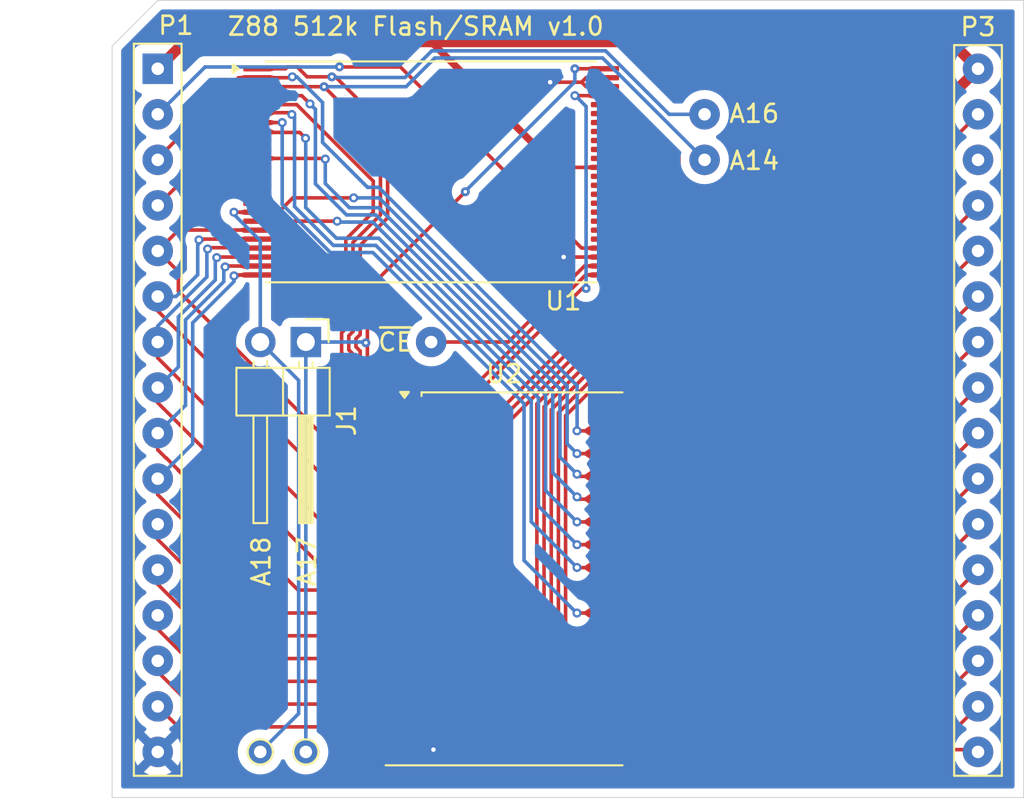
<source format=kicad_pcb>
(kicad_pcb (version 20240108) (generator "pcbnew") (generator_version "8.0")
  (layers (0 "F.Cu" signal) (31 "B.Cu" signal) (34 "B.Paste" user) (35 "F.Paste" user) (36 "B.SilkS" user "B.Silkscreen") (37 "F.SilkS" user "F.Silkscreen") (38 "B.Mask" user) (39 "F.Mask" user) (44 "Edge.Cuts" user))
  (net 0 "")
  (net 1 "/A7")
  (net 2 "Net-(P1A-~{ROE})")
  (net 3 "/A11")
  (net 4 "/A9")
  (net 5 "/D6")
  (net 6 "VCC")
  (net 7 "/A16")
  (net 8 "/A3")
  (net 9 "/A15")
  (net 10 "/A2")
  (net 11 "/A4")
  (net 12 "/D4")
  (net 13 "/A5")
  (net 14 "GND")
  (net 15 "/D7")
  (net 16 "/D3")
  (net 17 "/A0")
  (net 18 "/A13")
  (net 19 "/A14")
  (net 20 "/D5")
  (net 21 "/A12")
  (net 22 "/A10")
  (net 23 "/A6")
  (net 24 "/A8")
  (net 25 "/A1")
  (net 31 "/A18")
  (net 33 "/A17")
  (net 34 "/D1")
  (net 35 "/D2")
  (net 36 "/D0")
  (net 45 "/~{CS1}")
  (net 46 "/~{OE}")
  (net 47 "/~{CE}")
  (net 49 "/~{WE}")
  (footprint "TestPoint:TestPoint_THTPad_D1.0mm_Drill0.5mm" (layer "F.Cu") (at 109.823 88.9)
    (property "Reference" "REF**" (hide yes))
    (property "Value" "TestPoint_THTPad_D1.0mm_Drill0.5mm")
    (pad "1" thru_hole circle (at 0 0) (size 1.5 1.5) (drill 0.7) (layers "*.Cu" "*.Mask") (net 33 "/A17"))
  )
  (footprint "Z88 internal memory:TestPoint" (layer "F.Cu") (at 116.808 66.04)
    (property "Reference" "TP1")
    (property "Value" "~{CE}" (at -1.99 0.01 0) (layer "F.SilkS"))
    (pad "1" thru_hole circle (at 0 0) (size 1.7 1.7) (drill 0.7) (layers "*.Cu" "*.Mask") (net 47 "/~{CE}"))
  )
  (footprint "TestPoint:TestPoint_THTPad_D1.0mm_Drill0.5mm" (layer "F.Cu") (at 107.283 88.9)
    (property "Reference" "REF**" (hide yes))
    (property "Value" "TestPoint_THTPad_D1.0mm_Drill0.5mm")
    (pad "1" thru_hole circle (at 0 0) (size 1.5 1.5) (drill 0.7) (layers "*.Cu" "*.Mask") (net 31 "/A18"))
  )
  (footprint "Package_DIP_Custom:DIP-32_W_Left" (layer "F.Cu") (at 101.568 50.8)
    (property "Reference" "P1" (at 1.016 -2.413 0) (layer "F.SilkS"))
    (property "Value" "~")
    (pad "1" thru_hole rect (at 0 0) (size 1.7 1.7) (drill 0.7) (layers "*.Cu" "*.Mask") (net 6 "VCC"))
    (pad "2" thru_hole circle (at 0 2.54) (size 1.7 1.7) (drill 0.7) (layers "*.Cu" "*.Mask") (net 2 "Net-(P1A-~{ROE})"))
    (pad "3" thru_hole circle (at 0 5.08) (size 1.7 1.7) (drill 0.7) (layers "*.Cu" "*.Mask") (net 9 "/A15"))
    (pad "4" thru_hole circle (at 0 7.62) (size 1.7 1.7) (drill 0.7) (layers "*.Cu" "*.Mask") (net 21 "/A12"))
    (pad "5" thru_hole circle (at 0 10.16) (size 1.7 1.7) (drill 0.7) (layers "*.Cu" "*.Mask") (net 1 "/A7"))
    (pad "6" thru_hole circle (at 0 12.7) (size 1.7 1.7) (drill 0.7) (layers "*.Cu" "*.Mask") (net 23 "/A6"))
    (pad "7" thru_hole circle (at 0 15.24) (size 1.7 1.7) (drill 0.7) (layers "*.Cu" "*.Mask") (net 13 "/A5"))
    (pad "8" thru_hole circle (at 0 17.78) (size 1.7 1.7) (drill 0.7) (layers "*.Cu" "*.Mask") (net 11 "/A4"))
    (pad "9" thru_hole circle (at 0 20.32) (size 1.7 1.7) (drill 0.7) (layers "*.Cu" "*.Mask") (net 8 "/A3"))
    (pad "10" thru_hole circle (at 0 22.86) (size 1.7 1.7) (drill 0.7) (layers "*.Cu" "*.Mask") (net 10 "/A2"))
    (pad "11" thru_hole circle (at 0 25.4) (size 1.7 1.7) (drill 0.7) (layers "*.Cu" "*.Mask") (net 25 "/A1"))
    (pad "12" thru_hole circle (at 0 27.94) (size 1.7 1.7) (drill 0.7) (layers "*.Cu" "*.Mask") (net 17 "/A0"))
    (pad "13" thru_hole circle (at 0 30.48) (size 1.7 1.7) (drill 0.7) (layers "*.Cu" "*.Mask") (net 36 "/D0"))
    (pad "14" thru_hole circle (at 0 33.02) (size 1.7 1.7) (drill 0.7) (layers "*.Cu" "*.Mask") (net 34 "/D1"))
    (pad "15" thru_hole circle (at 0 35.56) (size 1.7 1.7) (drill 0.7) (layers "*.Cu" "*.Mask") (net 35 "/D2"))
    (pad "16" thru_hole circle (at 0 38.1) (size 1.7 1.7) (drill 0.7) (layers "*.Cu" "*.Mask") (net 14 "GND"))
  )
  (footprint "Package_DIP_Custom:DIP-32_W_Right" (layer "F.Cu") (at 132.048 50.8)
    (property "Reference" "P3" (at 15.24 -2.33 0) (layer "F.SilkS"))
    (property "Value" "~")
    (pad "17" thru_hole circle (at 15.24 38.1) (size 1.7 1.7) (drill 0.7) (layers "*.Cu" "*.Mask") (net 16 "/D3"))
    (pad "18" thru_hole circle (at 15.24 35.56) (size 1.7 1.7) (drill 0.7) (layers "*.Cu" "*.Mask") (net 12 "/D4"))
    (pad "19" thru_hole circle (at 15.24 33.02) (size 1.7 1.7) (drill 0.7) (layers "*.Cu" "*.Mask") (net 20 "/D5"))
    (pad "20" thru_hole circle (at 15.24 30.48) (size 1.7 1.7) (drill 0.7) (layers "*.Cu" "*.Mask") (net 5 "/D6"))
    (pad "21" thru_hole circle (at 15.24 27.94) (size 1.7 1.7) (drill 0.7) (layers "*.Cu" "*.Mask") (net 15 "/D7"))
    (pad "22" thru_hole circle (at 15.24 25.4) (size 1.7 1.7) (drill 0.7) (layers "*.Cu" "*.Mask") (net 45 "/~{CS1}"))
    (pad "23" thru_hole circle (at 15.24 22.86) (size 1.7 1.7) (drill 0.7) (layers "*.Cu" "*.Mask") (net 22 "/A10"))
    (pad "24" thru_hole circle (at 15.24 20.32) (size 1.7 1.7) (drill 0.7) (layers "*.Cu" "*.Mask") (net 46 "/~{OE}"))
    (pad "25" thru_hole circle (at 15.24 17.78) (size 1.7 1.7) (drill 0.7) (layers "*.Cu" "*.Mask") (net 3 "/A11"))
    (pad "26" thru_hole circle (at 15.24 15.24) (size 1.7 1.7) (drill 0.7) (layers "*.Cu" "*.Mask") (net 4 "/A9"))
    (pad "27" thru_hole circle (at 15.24 12.7) (size 1.7 1.7) (drill 0.7) (layers "*.Cu" "*.Mask") (net 24 "/A8"))
    (pad "28" thru_hole circle (at 15.24 10.16) (size 1.7 1.7) (drill 0.7) (layers "*.Cu" "*.Mask") (net 18 "/A13"))
    (pad "29" thru_hole circle (at 15.24 7.62) (size 1.7 1.7) (drill 0.7) (layers "*.Cu" "*.Mask") (net 49 "/~{WE}"))
    (pad "30" thru_hole circle (at 15.24 5.08) (size 1.7 1.7) (drill 0.7) (layers "*.Cu" "*.Mask"))
    (pad "31" thru_hole circle (at 15.24 2.54) (size 1.7 1.7) (drill 0.7) (layers "*.Cu" "*.Mask") (net 9 "/A15"))
    (pad "32" thru_hole circle (at 15.24 0) (size 1.7 1.7) (drill 0.7) (layers "*.Cu" "*.Mask") (net 6 "VCC"))
  )
  (footprint "Package_SO:TSOP-I-48_18.4x12mm_P0.5mm" (layer "F.Cu") (at 116.808 56.55)
    (property "Reference" "U1" (at 7.366 7.204 0) (layer "F.SilkS"))
    (property "Value" "M29F400")
    (pad "1" smd roundrect (at -9.6875 -5.75) (size 1.575 0.3) (layers "F.Cu" "F.Paste" "F.Mask") (net 7 "/A16"))
    (pad "2" smd roundrect (at -9.6875 -5.25) (size 1.575 0.3) (layers "F.Cu" "F.Paste" "F.Mask") (net 9 "/A15"))
    (pad "3" smd roundrect (at -9.6875 -4.75) (size 1.575 0.3) (layers "F.Cu" "F.Paste" "F.Mask") (net 19 "/A14"))
    (pad "4" smd roundrect (at -9.6875 -4.25) (size 1.575 0.3) (layers "F.Cu" "F.Paste" "F.Mask") (net 18 "/A13"))
    (pad "5" smd roundrect (at -9.6875 -3.75) (size 1.575 0.3) (layers "F.Cu" "F.Paste" "F.Mask") (net 21 "/A12"))
    (pad "6" smd roundrect (at -9.6875 -3.25) (size 1.575 0.3) (layers "F.Cu" "F.Paste" "F.Mask") (net 3 "/A11"))
    (pad "7" smd roundrect (at -9.6875 -2.75) (size 1.575 0.3) (layers "F.Cu" "F.Paste" "F.Mask") (net 22 "/A10"))
    (pad "8" smd roundrect (at -9.6875 -2.25) (size 1.575 0.3) (layers "F.Cu" "F.Paste" "F.Mask") (net 4 "/A9"))
    (pad "9" smd roundrect (at -9.6875 -1.75) (size 1.575 0.3) (layers "F.Cu" "F.Paste" "F.Mask"))
    (pad "10" smd roundrect (at -9.6875 -1.25) (size 1.575 0.3) (layers "F.Cu" "F.Paste" "F.Mask"))
    (pad "11" smd roundrect (at -9.6875 -0.75) (size 1.575 0.3) (layers "F.Cu" "F.Paste" "F.Mask") (net 49 "/~{WE}"))
    (pad "12" smd roundrect (at -9.6875 -0.25) (size 1.575 0.3) (layers "F.Cu" "F.Paste" "F.Mask"))
    (pad "13" smd roundrect (at -9.6875 0.25) (size 1.575 0.3) (layers "F.Cu" "F.Paste" "F.Mask"))
    (pad "14" smd roundrect (at -9.6875 0.75) (size 1.575 0.3) (layers "F.Cu" "F.Paste" "F.Mask"))
    (pad "15" smd roundrect (at -9.6875 1.25) (size 1.575 0.3) (layers "F.Cu" "F.Paste" "F.Mask"))
    (pad "16" smd roundrect (at -9.6875 1.75) (size 1.575 0.3) (layers "F.Cu" "F.Paste" "F.Mask"))
    (pad "17" smd roundrect (at -9.6875 2.25) (size 1.575 0.3) (layers "F.Cu" "F.Paste" "F.Mask") (net 31 "/A18"))
    (pad "18" smd roundrect (at -9.6875 2.75) (size 1.575 0.3) (layers "F.Cu" "F.Paste" "F.Mask") (net 24 "/A8"))
    (pad "19" smd roundrect (at -9.6875 3.25) (size 1.575 0.3) (layers "F.Cu" "F.Paste" "F.Mask") (net 1 "/A7"))
    (pad "20" smd roundrect (at -9.6875 3.75) (size 1.575 0.3) (layers "F.Cu" "F.Paste" "F.Mask") (net 23 "/A6"))
    (pad "21" smd roundrect (at -9.6875 4.25) (size 1.575 0.3) (layers "F.Cu" "F.Paste" "F.Mask") (net 13 "/A5"))
    (pad "22" smd roundrect (at -9.6875 4.75) (size 1.575 0.3) (layers "F.Cu" "F.Paste" "F.Mask") (net 11 "/A4"))
    (pad "23" smd roundrect (at -9.6875 5.25) (size 1.575 0.3) (layers "F.Cu" "F.Paste" "F.Mask") (net 8 "/A3"))
    (pad "24" smd roundrect (at -9.6875 5.75) (size 1.575 0.3) (layers "F.Cu" "F.Paste" "F.Mask") (net 10 "/A2"))
    (pad "25" smd roundrect (at 9.6875 5.75) (size 1.575 0.3) (layers "F.Cu" "F.Paste" "F.Mask") (net 25 "/A1"))
    (pad "26" smd roundrect (at 9.6875 5.25) (size 1.575 0.3) (layers "F.Cu" "F.Paste" "F.Mask") (net 47 "/~{CE}"))
    (pad "27" smd roundrect (at 9.6875 4.75) (size 1.575 0.3) (layers "F.Cu" "F.Paste" "F.Mask") (net 14 "GND"))
    (pad "28" smd roundrect (at 9.6875 4.25) (size 1.575 0.3) (layers "F.Cu" "F.Paste" "F.Mask") (net 2 "Net-(P1A-~{ROE})"))
    (pad "29" smd roundrect (at 9.6875 3.75) (size 1.575 0.3) (layers "F.Cu" "F.Paste" "F.Mask") (net 36 "/D0"))
    (pad "30" smd roundrect (at 9.6875 3.25) (size 1.575 0.3) (layers "F.Cu" "F.Paste" "F.Mask"))
    (pad "31" smd roundrect (at 9.6875 2.75) (size 1.575 0.3) (layers "F.Cu" "F.Paste" "F.Mask") (net 34 "/D1"))
    (pad "32" smd roundrect (at 9.6875 2.25) (size 1.575 0.3) (layers "F.Cu" "F.Paste" "F.Mask"))
    (pad "33" smd roundrect (at 9.6875 1.75) (size 1.575 0.3) (layers "F.Cu" "F.Paste" "F.Mask") (net 35 "/D2"))
    (pad "34" smd roundrect (at 9.6875 1.25) (size 1.575 0.3) (layers "F.Cu" "F.Paste" "F.Mask"))
    (pad "35" smd roundrect (at 9.6875 0.75) (size 1.575 0.3) (layers "F.Cu" "F.Paste" "F.Mask") (net 16 "/D3"))
    (pad "36" smd roundrect (at 9.6875 0.25) (size 1.575 0.3) (layers "F.Cu" "F.Paste" "F.Mask"))
    (pad "37" smd roundrect (at 9.6875 -0.25) (size 1.575 0.3) (layers "F.Cu" "F.Paste" "F.Mask") (net 6 "VCC"))
    (pad "38" smd roundrect (at 9.6875 -0.75) (size 1.575 0.3) (layers "F.Cu" "F.Paste" "F.Mask") (net 12 "/D4"))
    (pad "39" smd roundrect (at 9.6875 -1.25) (size 1.575 0.3) (layers "F.Cu" "F.Paste" "F.Mask"))
    (pad "40" smd roundrect (at 9.6875 -1.75) (size 1.575 0.3) (layers "F.Cu" "F.Paste" "F.Mask") (net 20 "/D5"))
    (pad "41" smd roundrect (at 9.6875 -2.25) (size 1.575 0.3) (layers "F.Cu" "F.Paste" "F.Mask"))
    (pad "42" smd roundrect (at 9.6875 -2.75) (size 1.575 0.3) (layers "F.Cu" "F.Paste" "F.Mask") (net 5 "/D6"))
    (pad "43" smd roundrect (at 9.6875 -3.25) (size 1.575 0.3) (layers "F.Cu" "F.Paste" "F.Mask"))
    (pad "44" smd roundrect (at 9.6875 -3.75) (size 1.575 0.3) (layers "F.Cu" "F.Paste" "F.Mask") (net 15 "/D7"))
    (pad "45" smd roundrect (at 9.6875 -4.25) (size 1.575 0.3) (layers "F.Cu" "F.Paste" "F.Mask") (net 17 "/A0"))
    (pad "46" smd roundrect (at 9.6875 -4.75) (size 1.575 0.3) (layers "F.Cu" "F.Paste" "F.Mask") (net 14 "GND"))
    (pad "47" smd roundrect (at 9.6875 -5.25) (size 1.575 0.3) (layers "F.Cu" "F.Paste" "F.Mask") (net 14 "GND"))
    (pad "48" smd roundrect (at 9.6875 -5.75) (size 1.575 0.3) (layers "F.Cu" "F.Paste" "F.Mask") (net 33 "/A17"))
  )
  (footprint "Connector_PinHeader_2.54mm:PinHeader_1x02_P2.54mm_Horizontal" (layer "F.Cu") (at 109.823 66.04 -90)
    (property "Reference" "J1" (at 4.385 -2.27 90) (layer "F.SilkS"))
    (property "Value" "Conn_01x02")
    (fp_text user "A18" (at 13.716 1.905 90) (layer "F.SilkS") (effects (justify left bottom)))
    (fp_text user "A17" (at 13.716 -0.635 90) (layer "F.SilkS") (effects (justify left bottom)))
    (pad "1" thru_hole rect (at 0 0 270) (size 1.7 1.7) (drill 1) (layers "*.Cu" "*.Mask") (net 33 "/A17"))
    (pad "2" thru_hole oval (at 0 2.54 270) (size 1.7 1.7) (drill 1) (layers "*.Cu" "*.Mask") (net 31 "/A18"))
  )
  (footprint "Z88 internal memory:TestPoint" (layer "F.Cu") (at 132.048 53.34)
    (property "Reference" "TP3")
    (property "Value" "A16" (at 2.77 -0.04 0) (layer "F.SilkS"))
    (pad "1" thru_hole circle (at 0 0) (size 1.7 1.7) (drill 0.7) (layers "*.Cu" "*.Mask") (net 7 "/A16"))
  )
  (footprint "Package_SO:TSOP-II-32_21.0x10.2mm_P1.27mm" (layer "F.Cu") (at 120.872 79.248)
    (property "Reference" "U2" (at 0 -11.43 0) (layer "F.SilkS"))
    (property "Value" "IS61C5128AS-25TLI")
    (pad "1" smd rect (at -5.6 -9.525) (size 1.6 0.6) (layers "F.Cu" "F.Paste" "F.Mask") (net 33 "/A17"))
    (pad "2" smd rect (at -5.6 -8.255) (size 1.6 0.6) (layers "F.Cu" "F.Paste" "F.Mask") (net 7 "/A16"))
    (pad "3" smd rect (at -5.6 -6.985) (size 1.6 0.6) (layers "F.Cu" "F.Paste" "F.Mask") (net 19 "/A14"))
    (pad "4" smd rect (at -5.6 -5.715) (size 1.6 0.6) (layers "F.Cu" "F.Paste" "F.Mask") (net 21 "/A12"))
    (pad "5" smd rect (at -5.6 -4.445) (size 1.6 0.6) (layers "F.Cu" "F.Paste" "F.Mask") (net 1 "/A7"))
    (pad "6" smd rect (at -5.6 -3.175) (size 1.6 0.6) (layers "F.Cu" "F.Paste" "F.Mask") (net 23 "/A6"))
    (pad "7" smd rect (at -5.6 -1.905) (size 1.6 0.6) (layers "F.Cu" "F.Paste" "F.Mask") (net 13 "/A5"))
    (pad "8" smd rect (at -5.6 -0.625) (size 1.6 0.6) (layers "F.Cu" "F.Paste" "F.Mask") (net 11 "/A4"))
    (pad "9" smd rect (at -5.6 0.625) (size 1.6 0.6) (layers "F.Cu" "F.Paste" "F.Mask") (net 8 "/A3"))
    (pad "10" smd rect (at -5.6 1.905) (size 1.6 0.6) (layers "F.Cu" "F.Paste" "F.Mask") (net 10 "/A2"))
    (pad "11" smd rect (at -5.6 3.175) (size 1.6 0.6) (layers "F.Cu" "F.Paste" "F.Mask") (net 25 "/A1"))
    (pad "12" smd rect (at -5.6 4.445) (size 1.6 0.6) (layers "F.Cu" "F.Paste" "F.Mask") (net 17 "/A0"))
    (pad "13" smd rect (at -5.6 5.715) (size 1.6 0.6) (layers "F.Cu" "F.Paste" "F.Mask") (net 36 "/D0"))
    (pad "14" smd rect (at -5.6 6.985) (size 1.6 0.6) (layers "F.Cu" "F.Paste" "F.Mask") (net 34 "/D1"))
    (pad "15" smd rect (at -5.6 8.255) (size 1.6 0.6) (layers "F.Cu" "F.Paste" "F.Mask") (net 35 "/D2"))
    (pad "16" smd rect (at -5.6 9.525) (size 1.6 0.6) (layers "F.Cu" "F.Paste" "F.Mask") (net 14 "GND"))
    (pad "17" smd rect (at 5.6 9.525) (size 1.6 0.6) (layers "F.Cu" "F.Paste" "F.Mask") (net 16 "/D3"))
    (pad "18" smd rect (at 5.6 8.255) (size 1.6 0.6) (layers "F.Cu" "F.Paste" "F.Mask") (net 12 "/D4"))
    (pad "19" smd rect (at 5.6 6.985) (size 1.6 0.6) (layers "F.Cu" "F.Paste" "F.Mask") (net 20 "/D5"))
    (pad "20" smd rect (at 5.6 5.715) (size 1.6 0.6) (layers "F.Cu" "F.Paste" "F.Mask") (net 5 "/D6"))
    (pad "21" smd rect (at 5.6 4.445) (size 1.6 0.6) (layers "F.Cu" "F.Paste" "F.Mask") (net 15 "/D7"))
    (pad "22" smd rect (at 5.6 3.175) (size 1.6 0.6) (layers "F.Cu" "F.Paste" "F.Mask") (net 45 "/~{CS1}"))
    (pad "23" smd rect (at 5.6 1.905) (size 1.6 0.6) (layers "F.Cu" "F.Paste" "F.Mask") (net 22 "/A10"))
    (pad "24" smd rect (at 5.6 0.625) (size 1.6 0.6) (layers "F.Cu" "F.Paste" "F.Mask") (net 46 "/~{OE}"))
    (pad "25" smd rect (at 5.6 -0.625) (size 1.6 0.6) (layers "F.Cu" "F.Paste" "F.Mask") (net 3 "/A11"))
    (pad "26" smd rect (at 5.6 -1.905) (size 1.6 0.6) (layers "F.Cu" "F.Paste" "F.Mask") (net 4 "/A9"))
    (pad "27" smd rect (at 5.6 -3.175) (size 1.6 0.6) (layers "F.Cu" "F.Paste" "F.Mask") (net 24 "/A8"))
    (pad "28" smd rect (at 5.6 -4.445) (size 1.6 0.6) (layers "F.Cu" "F.Paste" "F.Mask") (net 18 "/A13"))
    (pad "29" smd rect (at 5.6 -5.715) (size 1.6 0.6) (layers "F.Cu" "F.Paste" "F.Mask") (net 49 "/~{WE}"))
    (pad "30" smd rect (at 5.6 -6.985) (size 1.6 0.6) (layers "F.Cu" "F.Paste" "F.Mask") (net 31 "/A18"))
    (pad "31" smd rect (at 5.6 -8.255) (size 1.6 0.6) (layers "F.Cu" "F.Paste" "F.Mask") (net 9 "/A15"))
    (pad "32" smd rect (at 5.6 -9.525) (size 1.6 0.6) (layers "F.Cu" "F.Paste" "F.Mask") (net 6 "VCC"))
  )
  (footprint "Z88 internal memory:TestPoint" (layer "F.Cu") (at 132.048 55.88)
    (property "Reference" "TP2")
    (property "Value" "A14" (at 2.77 0.045 0) (layer "F.SilkS"))
    (pad "1" thru_hole circle (at 0 0) (size 1.7 1.7) (drill 0.7) (layers "*.Cu" "*.Mask") (net 19 "/A14"))
  )
  (gr_line (start 149.828 46.99) (end 101.568 46.99) (stroke (width 0.05)) (layer "Edge.Cuts"))
  (gr_line (start 101.568 46.99) (end 99.028 49.53) (stroke (width 0.05)) (layer "Edge.Cuts"))
  (gr_line (start 149.828 91.44) (end 99.028 91.44) (stroke (width 0.05)) (layer "Edge.Cuts"))
  (gr_line (start 149.828 91.44) (end 149.828 46.99) (stroke (width 0.05)) (layer "Edge.Cuts"))
  (gr_line (start 99.028 49.53) (end 99.028 91.44) (stroke (width 0.05)) (layer "Edge.Cuts"))
  (gr_text "Z88 512k Flash/SRAM v1.0" (at 105.378 49.022 0) (layer "F.SilkS") (effects (font (size 1 1)) (justify left bottom)))
  (segment (start 107.113773 59.793273) (end 102.734727 59.793273) (width 0.2) (layer "F.Cu") (net 1))
  (segment (start 102.718 63.2) (end 102.718 62.11) (width 0.2) (layer "F.Cu") (net 1))
  (segment (start 114.321 74.803) (end 102.718 63.2) (width 0.2) (layer "F.Cu") (net 1))
  (segment (start 102.718 62.11) (end 101.568 60.96) (width 0.2) (layer "F.Cu") (net 1))
  (segment (start 115.272 74.803) (end 114.321 74.803) (width 0.2) (layer "F.Cu") (net 1))
  (segment (start 107.1205 59.8) (end 107.113773 59.793273) (width 0.2) (layer "F.Cu") (net 1))
  (segment (start 102.734727 59.793273) (end 101.568 60.96) (width 0.2) (layer "F.Cu") (net 1))
  (segment (start 115.093 50.7) (end 125.193 60.8) (width 0.2) (layer "F.Cu") (net 2))
  (segment (start 111.70334 50.7) (end 115.093 50.7) (width 0.2) (layer "F.Cu") (net 2))
  (segment (start 111.697483 50.694143) (end 111.70334 50.7) (width 0.2) (layer "F.Cu") (net 2))
  (segment (start 125.193 60.8) (end 126.4955 60.8) (width 0.2) (layer "F.Cu") (net 2))
  (via (at 111.697483 50.694143) (size 0.5) (drill 0.2) (layers "F.Cu" "B.Cu") (net 2))
  (segment (start 111.691626 50.7) (end 104.208 50.7) (width 0.2) (layer "B.Cu") (net 2))
  (segment (start 111.697483 50.694143) (end 111.691626 50.7) (width 0.2) (layer "B.Cu") (net 2))
  (segment (start 104.208 50.7) (end 101.568 53.34) (width 0.2) (layer "B.Cu") (net 2))
  (segment (start 126.472 78.623) (end 137.245 78.623) (width 0.2) (layer "F.Cu") (net 3))
  (segment (start 137.245 78.623) (end 147.288 68.58) (width 0.2) (layer "F.Cu") (net 3))
  (segment (start 109.041792 53.35) (end 108.941792 53.25) (width 0.2) (layer "F.Cu") (net 3))
  (segment (start 124.946 78.623) (end 126.472 78.623) (width 0.2) (layer "F.Cu") (net 3))
  (segment (start 124.936 78.613) (end 124.946 78.623) (width 0.2) (layer "F.Cu") (net 3))
  (segment (start 107.1705 53.25) (end 107.1205 53.3) (width 0.2) (layer "F.Cu") (net 3))
  (segment (start 108.941792 53.25) (end 107.1705 53.25) (width 0.2) (layer "F.Cu") (net 3))
  (via (at 109.041792 53.35) (size 0.5) (drill 0.25) (layers "F.Cu" "B.Cu") (net 3))
  (via (at 124.936 78.613) (size 0.5) (drill 0.25) (layers "F.Cu" "B.Cu") (net 3))
  (segment (start 109.193 53.501208) (end 109.193 58.484314) (width 0.2) (layer "B.Cu") (net 3))
  (segment (start 109.193 58.484314) (end 111.358686 60.65) (width 0.2) (layer "B.Cu") (net 3))
  (segment (start 113.724128 60.65) (end 122.386 69.311872) (width 0.2) (layer "B.Cu") (net 3))
  (segment (start 122.386 76.063) (end 124.936 78.613) (width 0.2) (layer "B.Cu") (net 3))
  (segment (start 111.358686 60.65) (end 113.724128 60.65) (width 0.2) (layer "B.Cu") (net 3))
  (segment (start 122.386 69.311872) (end 122.386 76.063) (width 0.2) (layer "B.Cu") (net 3))
  (segment (start 109.041792 53.35) (end 109.193 53.501208) (width 0.2) (layer "B.Cu") (net 3))
  (segment (start 109.806591 54.675) (end 109.481591 54.35) (width 0.2) (layer "F.Cu") (net 4))
  (segment (start 135.985 77.343) (end 147.288 66.04) (width 0.2) (layer "F.Cu") (net 4))
  (segment (start 107.1705 54.35) (end 107.1205 54.3) (width 0.2) (layer "F.Cu") (net 4))
  (segment (start 124.936 77.216) (end 125.063 77.343) (width 0.2) (layer "F.Cu") (net 4))
  (segment (start 126.472 77.343) (end 135.985 77.343) (width 0.2) (layer "F.Cu") (net 4))
  (segment (start 109.481591 54.35) (end 107.1705 54.35) (width 0.2) (layer "F.Cu") (net 4))
  (segment (start 125.063 77.343) (end 126.472 77.343) (width 0.2) (layer "F.Cu") (net 4))
  (via (at 109.806591 54.675) (size 0.5) (drill 0.25) (layers "F.Cu" "B.Cu") (net 4))
  (via (at 124.936 77.343) (size 0.5) (drill 0.25) (layers "F.Cu" "B.Cu") (net 4))
  (segment (start 113.889814 60.25) (end 111.524372 60.25) (width 0.2) (layer "B.Cu") (net 4))
  (segment (start 109.818 58.543628) (end 109.818 54.686409) (width 0.2) (layer "B.Cu") (net 4))
  (segment (start 122.786 75.193) (end 122.786 69.146186) (width 0.2) (layer "B.Cu") (net 4))
  (segment (start 122.786 69.146186) (end 113.889814 60.25) (width 0.2) (layer "B.Cu") (net 4))
  (segment (start 109.818 54.686409) (end 109.806591 54.675) (width 0.2) (layer "B.Cu") (net 4))
  (segment (start 124.936 77.343) (end 122.786 75.193) (width 0.2) (layer "B.Cu") (net 4))
  (segment (start 111.524372 60.25) (end 109.818 58.543628) (width 0.2) (layer "B.Cu") (net 4))
  (segment (start 124.936 84.963) (end 126.472 84.963) (width 0.2) (layer "F.Cu") (net 5))
  (segment (start 130.218 63.669116) (end 123.901 69.986116) (width 0.2) (layer "F.Cu") (net 5))
  (segment (start 123.901 69.986116) (end 123.901 83.928) (width 0.2) (layer "F.Cu") (net 5))
  (segment (start 143.605 84.963) (end 147.288 81.28) (width 0.2) (layer "F.Cu") (net 5))
  (segment (start 123.901 83.928) (end 124.936 84.963) (width 0.2) (layer "F.Cu") (net 5))
  (segment (start 130.218 56.336) (end 130.218 63.669116) (width 0.2) (layer "F.Cu") (net 5))
  (segment (start 127.682 53.8) (end 130.218 56.336) (width 0.2) (layer "F.Cu") (net 5))
  (segment (start 126.4955 53.8) (end 127.682 53.8) (width 0.2) (layer "F.Cu") (net 5))
  (segment (start 126.472 84.963) (end 143.605 84.963) (width 0.2) (layer "F.Cu") (net 5))
  (segment (start 145.788 49.3) (end 147.288 50.8) (width 0.6) (layer "F.Cu") (net 6))
  (segment (start 128.365 69.723) (end 126.472 69.723) (width 0.6) (layer "F.Cu") (net 6))
  (segment (start 116.818 49.3) (end 103.068 49.3) (width 0.6) (layer "F.Cu") (net 6))
  (segment (start 116.818 49.3) (end 145.788 49.3) (width 0.6) (layer "F.Cu") (net 6))
  (segment (start 147.288 50.8) (end 128.365 69.723) (width 0.6) (layer "F.Cu") (net 6))
  (segment (start 103.068 49.3) (end 101.568 50.8) (width 0.6) (layer "F.Cu") (net 6))
  (segment (start 126.4955 56.3) (end 124.568 56.3) (width 0.2) (layer "F.Cu") (net 6))
  (segment (start 124.568 56.3) (end 123.818 56.3) (width 0.4) (layer "F.Cu") (net 6))
  (segment (start 123.818 56.3) (end 116.818 49.3) (width 0.4) (layer "F.Cu") (net 6))
  (segment (start 113.887 70.993) (end 115.272 70.993) (width 0.2) (layer "F.Cu") (net 7))
  (segment (start 112.852 60.644058) (end 112.852 65.621181) (width 0.2) (layer "F.Cu") (net 7))
  (segment (start 114.381591 54.157591) (end 114.381591 59.114467) (width 0.2) (layer "F.Cu") (net 7))
  (segment (start 114.381591 59.114467) (end 112.852 60.644058) (width 0.2) (layer "F.Cu") (net 7))
  (segment (start 108.793 50.7) (end 108.693 50.8) (width 0.2) (layer "F.Cu") (net 7))
  (segment (start 111.474 51.25) (end 114.381591 54.157591) (width 0.2) (layer "F.Cu") (net 7))
  (segment (start 108.693 50.8) (end 107.1205 50.8) (width 0.2) (layer "F.Cu") (net 7))
  (segment (start 112.852 69.958) (end 113.887 70.993) (width 0.2) (layer "F.Cu") (net 7))
  (segment (start 109.893 51.25) (end 109.343 50.7) (width 0.2) (layer "F.Cu") (net 7))
  (segment (start 112.618 65.855182) (end 112.618 66.310818) (width 0.2) (layer "F.Cu") (net 7))
  (segment (start 112.618 66.310818) (end 112.852 66.544818) (width 0.2) (layer "F.Cu") (net 7))
  (segment (start 112.852 66.544818) (end 112.852 69.958) (width 0.2) (layer "F.Cu") (net 7))
  (segment (start 111.272012 51.25) (end 111.474 51.25) (width 0.2) (layer "F.Cu") (net 7))
  (segment (start 109.343 50.7) (end 108.793 50.7) (width 0.2) (layer "F.Cu") (net 7))
  (segment (start 111.272012 51.25) (end 109.893 51.25) (width 0.2) (layer "F.Cu") (net 7))
  (segment (start 112.852 65.621181) (end 112.618 65.855182) (width 0.2) (layer "F.Cu") (net 7))
  (via (at 111.272012 51.25) (size 0.5) (drill 0.2) (layers "F.Cu" "B.Cu") (net 7))
  (segment (start 111.272012 51.25) (end 111.309512 51.2875) (width 0.2) (layer "B.Cu") (net 7))
  (segment (start 126.533686 49.8) (end 130.073686 53.34) (width 0.2) (layer "B.Cu") (net 7))
  (segment (start 130.073686 53.34) (end 132.048 53.34) (width 0.2) (layer "B.Cu") (net 7))
  (segment (start 111.309512 51.2875) (end 115.358318 51.2875) (width 0.2) (layer "B.Cu") (net 7))
  (segment (start 115.358318 51.2875) (end 116.845818 49.8) (width 0.2) (layer "B.Cu") (net 7))
  (segment (start 116.845818 49.8) (end 126.533686 49.8) (width 0.2) (layer "B.Cu") (net 7))
  (segment (start 105.376395 61.8) (end 107.1205 61.8) (width 0.2) (layer "F.Cu") (net 8))
  (segment (start 105.326395 61.85) (end 105.376395 61.8) (width 0.2) (layer "F.Cu") (net 8))
  (segment (start 101.568 72.05) (end 101.568 71.12) (width 0.2) (layer "F.Cu") (net 8))
  (segment (start 102.718 73.183654) (end 102.044346 72.51) (width 0.2) (layer "F.Cu") (net 8))
  (segment (start 102.028 72.51) (end 101.568 72.05) (width 0.2) (layer "F.Cu") (net 8))
  (segment (start 102.718 73.2) (end 102.718 73.183654) (width 0.2) (layer "F.Cu") (net 8))
  (segment (start 102.044346 72.51) (end 102.028 72.51) (width 0.2) (layer "F.Cu") (net 8))
  (segment (start 109.391 79.873) (end 102.718 73.2) (width 0.2) (layer "F.Cu") (net 8))
  (segment (start 115.272 79.873) (end 109.391 79.873) (width 0.2) (layer "F.Cu") (net 8))
  (via (at 105.326395 61.85) (size 0.5) (drill 0.25) (layers "F.Cu" "B.Cu") (net 8))
  (segment (start 105.251 62.668686) (end 103.118 64.801686) (width 0.2) (layer "B.Cu") (net 8))
  (segment (start 105.326395 61.85) (end 105.251 61.925395) (width 0.2) (layer "B.Cu") (net 8))
  (segment (start 103.118 69.57) (end 101.568 71.12) (width 0.2) (layer "B.Cu") (net 8))
  (segment (start 105.251 61.925395) (end 105.251 62.668686) (width 0.2) (layer "B.Cu") (net 8))
  (segment (start 103.118 64.801686) (end 103.118 69.57) (width 0.2) (layer "B.Cu") (net 8))
  (segment (start 126.472 70.993) (end 124.936 70.993) (width 0.2) (layer "F.Cu") (net 9))
  (segment (start 106.068 51.3) (end 101.568 55.8) (width 0.2) (layer "F.Cu") (net 9))
  (segment (start 129.635 70.993) (end 147.288 53.34) (width 0.2) (layer "F.Cu") (net 9))
  (segment (start 101.568 55.8) (end 101.568 55.88) (width 0.2) (layer "F.Cu") (net 9))
  (segment (start 126.472 70.993) (end 129.635 70.993) (width 0.2) (layer "F.Cu") (net 9))
  (segment (start 109.068 51.25) (end 109.018 51.3) (width 0.2) (layer "F.Cu") (net 9))
  (segment (start 107.1205 51.3) (end 106.068 51.3) (width 0.2) (layer "F.Cu") (net 9))
  (segment (start 109.018 51.3) (end 107.1205 51.3) (width 0.2) (layer "F.Cu") (net 9))
  (via (at 109.068 51.25) (size 0.5) (drill 0.25) (layers "F.Cu" "B.Cu") (net 9))
  (via (at 124.936 70.993) (size 0.5) (drill 0.25) (layers "F.Cu" "B.Cu") (net 9))
  (segment (start 109.323636 51.25) (end 110.756591 52.682955) (width 0.2) (layer "B.Cu") (net 9))
  (segment (start 110.756591 52.682955) (end 110.756591 54.908591) (width 0.2) (layer "B.Cu") (net 9))
  (segment (start 113.259409 57.411409) (end 113.879653 57.411409) (width 0.2) (layer "B.Cu") (net 9))
  (segment (start 124.943 68.474756) (end 124.943 70.986) (width 0.2) (layer "B.Cu") (net 9))
  (segment (start 124.943 70.986) (end 124.936 70.993) (width 0.2) (layer "B.Cu") (net 9))
  (segment (start 110.756591 54.908591) (end 113.259409 57.411409) (width 0.2) (layer "B.Cu") (net 9))
  (segment (start 113.879653 57.411409) (end 124.943 68.474756) (width 0.2) (layer "B.Cu") (net 9))
  (segment (start 109.068 51.25) (end 109.323636 51.25) (width 0.2) (layer "B.Cu") (net 9))
  (segment (start 105.818 62.35) (end 106.018 62.35) (width 0.2) (layer "F.Cu") (net 10))
  (segment (start 101.568 74.55) (end 101.568 73.66) (width 0.2) (layer "F.Cu") (net 10))
  (segment (start 115.272 81.153) (end 108.171 81.153) (width 0.2) (layer "F.Cu") (net 10))
  (segment (start 108.171 81.153) (end 101.568 74.55) (width 0.2) (layer "F.Cu") (net 10))
  (segment (start 106.018 62.35) (end 106.068 62.3) (width 0.2) (layer "F.Cu") (net 10))
  (segment (start 106.068 62.3) (end 107.1205 62.3) (width 0.2) (layer "F.Cu") (net 10))
  (via (at 105.818 62.35) (size 0.5) (drill 0.25) (layers "F.Cu" "B.Cu") (net 10))
  (segment (start 105.818 62.667372) (end 103.518 64.967372) (width 0.2) (layer "B.Cu") (net 10))
  (segment (start 103.518 64.967372) (end 103.518 71.71) (width 0.2) (layer "B.Cu") (net 10))
  (segment (start 105.818 62.35) (end 105.818 62.667372) (width 0.2) (layer "B.Cu") (net 10))
  (segment (start 103.518 71.71) (end 101.568 73.66) (width 0.2) (layer "B.Cu") (net 10))
  (segment (start 104.88775 61.3) (end 107.1205 61.3) (width 0.2) (layer "F.Cu") (net 11))
  (segment (start 115.272 78.623) (end 110.766 78.623) (width 0.2) (layer "F.Cu") (net 11))
  (segment (start 101.568 69.425) (end 101.568 68.58) (width 0.2) (layer "F.Cu") (net 11))
  (segment (start 104.857513 61.330237) (end 104.88775 61.3) (width 0.2) (layer "F.Cu") (net 11))
  (segment (start 110.766 78.623) (end 101.568 69.425) (width 0.2) (layer "F.Cu") (net 11))
  (via (at 104.857513 61.330237) (size 0.5) (drill 0.25) (layers "F.Cu" "B.Cu") (net 11))
  (segment (start 102.718 67.43) (end 101.568 68.58) (width 0.2) (layer "B.Cu") (net 11))
  (segment (start 102.718 64.636) (end 102.718 67.43) (width 0.2) (layer "B.Cu") (net 11))
  (segment (start 104.776395 62.577605) (end 102.718 64.636) (width 0.2) (layer "B.Cu") (net 11))
  (segment (start 104.776395 61.411355) (end 104.776395 62.577605) (width 0.2) (layer "B.Cu") (net 11))
  (segment (start 104.857513 61.330237) (end 104.776395 61.411355) (width 0.2) (layer "B.Cu") (net 11))
  (segment (start 129.418 63.337744) (end 123.101 69.654744) (width 0.2) (layer "F.Cu") (net 12))
  (segment (start 126.472 87.503) (end 146.145 87.503) (width 0.2) (layer "F.Cu") (net 12))
  (segment (start 127.65 55.8) (end 129.418 57.568) (width 0.2) (layer "F.Cu") (net 12))
  (segment (start 146.145 87.503) (end 147.288 86.36) (width 0.2) (layer "F.Cu") (net 12))
  (segment (start 124.936 87.503) (end 126.472 87.503) (width 0.2) (layer "F.Cu") (net 12))
  (segment (start 129.418 57.568) (end 129.418 63.337744) (width 0.2) (layer "F.Cu") (net 12))
  (segment (start 123.101 85.668) (end 124.936 87.503) (width 0.2) (layer "F.Cu") (net 12))
  (segment (start 126.4955 55.8) (end 127.65 55.8) (width 0.2) (layer "F.Cu") (net 12))
  (segment (start 123.101 69.654744) (end 123.101 85.668) (width 0.2) (layer "F.Cu") (net 12))
  (segment (start 104.34746 60.850811) (end 104.418034 60.780237) (width 0.2) (layer "F.Cu") (net 13))
  (segment (start 107.100737 60.780237) (end 107.1205 60.8) (width 0.2) (layer "F.Cu") (net 13))
  (segment (start 104.418034 60.780237) (end 107.100737 60.780237) (width 0.2) (layer "F.Cu") (net 13))
  (segment (start 101.568 66.925) (end 101.568 66.04) (width 0.2) (layer "F.Cu") (net 13))
  (segment (start 115.272 77.343) (end 111.986 77.343) (width 0.2) (layer "F.Cu") (net 13))
  (segment (start 111.986 77.343) (end 101.568 66.925) (width 0.2) (layer "F.Cu") (net 13))
  (via (at 104.34746 60.850811) (size 0.5) (drill 0.25) (layers "F.Cu" "B.Cu") (net 13))
  (segment (start 104.307513 60.890758) (end 104.307513 62.411487) (width 0.2) (layer "B.Cu") (net 13))
  (segment (start 101.568 65.151) (end 101.568 66.04) (width 0.2) (layer "B.Cu") (net 13))
  (segment (start 104.307513 62.411487) (end 101.568 65.151) (width 0.2) (layer "B.Cu") (net 13))
  (segment (start 104.34746 60.850811) (end 104.307513 60.890758) (width 0.2) (layer "B.Cu") (net 13))
  (segment (start 125.193 51.55) (end 125.443 51.3) (width 0.2) (layer "F.Cu") (net 14))
  (segment (start 116.935 88.773) (end 115.272 88.773) (width 0.2) (layer "F.Cu") (net 14))
  (segment (start 101.695 88.773) (end 101.568 88.9) (width 0.2) (layer "F.Cu") (net 14))
  (segment (start 126.4955 51.8) (end 125.443 51.8) (width 0.2) (layer "F.Cu") (net 14))
  (segment (start 124.193 61.3) (end 126.4955 61.3) (width 0.2) (layer "F.Cu") (net 14))
  (segment (start 123.443 51.55) (end 125.193 51.55) (width 0.2) (layer "F.Cu") (net 14))
  (segment (start 125.443 51.8) (end 125.193 51.55) (width 0.2) (layer "F.Cu") (net 14))
  (segment (start 125.443 51.3) (end 126.4955 51.3) (width 0.2) (layer "F.Cu") (net 14))
  (via (at 116.935 88.773) (size 0.5) (drill 0.25) (layers "F.Cu" "B.Cu") (net 14))
  (via (at 124.193 61.3) (size 0.5) (drill 0.25) (layers "F.Cu" "B.Cu") (net 14))
  (via (at 123.443 51.55) (size 0.5) (drill 0.25) (layers "F.Cu" "B.Cu") (net 14))
  (segment (start 124.301 83.058) (end 124.301 70.151802) (width 0.2) (layer "F.Cu") (net 15))
  (segment (start 126.472 83.693) (end 142.335 83.693) (width 0.2) (layer "F.Cu") (net 15))
  (segment (start 130.618 55.72) (end 127.698 52.8) (width 0.2) (layer "F.Cu") (net 15))
  (segment (start 130.618 63.834802) (end 130.618 55.72) (width 0.2) (layer "F.Cu") (net 15))
  (segment (start 126.472 83.693) (end 124.936 83.693) (width 0.2) (layer "F.Cu") (net 15))
  (segment (start 142.335 83.693) (end 147.288 78.74) (width 0.2) (layer "F.Cu") (net 15))
  (segment (start 124.936 83.693) (end 124.301 83.058) (width 0.2) (layer "F.Cu") (net 15))
  (segment (start 127.698 52.8) (end 126.4955 52.8) (width 0.2) (layer "F.Cu") (net 15))
  (segment (start 124.301 70.151802) (end 130.618 63.834802) (width 0.2) (layer "F.Cu") (net 15))
  (segment (start 122.701 86.538) (end 122.701 69.489058) (width 0.2) (layer "F.Cu") (net 16))
  (segment (start 126.472 88.773) (end 124.936 88.773) (width 0.2) (layer "F.Cu") (net 16))
  (segment (start 122.701 69.489058) (end 129.018 63.172058) (width 0.2) (layer "F.Cu") (net 16))
  (segment (start 124.936 88.773) (end 122.701 86.538) (width 0.2) (layer "F.Cu") (net 16))
  (segment (start 129.018 58.692) (end 127.626 57.3) (width 0.2) (layer "F.Cu") (net 16))
  (segment (start 147.161 88.773) (end 147.288 88.9) (width 0.2) (layer "F.Cu") (net 16))
  (segment (start 126.472 88.773) (end 147.161 88.773) (width 0.2) (layer "F.Cu") (net 16))
  (segment (start 127.626 57.3) (end 126.4955 57.3) (width 0.2) (layer "F.Cu") (net 16))
  (segment (start 129.018 63.172058) (end 129.018 58.692) (width 0.2) (layer "F.Cu") (net 16))
  (segment (start 115.272 83.693) (end 116.935 83.693) (width 0.2) (layer "F.Cu") (net 17))
  (segment (start 115.272 83.693) (end 105.711 83.693) (width 0.2) (layer "F.Cu") (net 17))
  (segment (start 125.443 63.05) (end 125.230868 63.05) (width 0.2) (layer "F.Cu") (net 17))
  (segment (start 105.711 83.693) (end 101.568 79.55) (width 0.2) (layer "F.Cu") (net 17))
  (segment (start 126.4955 52.3) (end 124.818 52.3) (width 0.2) (layer "F.Cu") (net 17))
  (segment (start 118.402 82.226) (end 116.935 83.693) (width 0.2) (layer "F.Cu") (net 17))
  (segment (start 101.568 79.55) (end 101.568 78.74) (width 0.2) (layer "F.Cu") (net 17))
  (segment (start 118.402 69.878868) (end 118.402 82.226) (width 0.2) (layer "F.Cu") (net 17))
  (segment (start 125.230868 63.05) (end 118.402 69.878868) (width 0.2) (layer "F.Cu") (net 17))
  (via (at 125.443 63.05) (size 0.5) (drill 0.2) (layers "F.Cu" "B.Cu") (net 17))
  (via (at 124.818 52.3) (size 0.5) (drill 0.25) (layers "F.Cu" "B.Cu") (net 17))
  (segment (start 124.845818 52.3) (end 124.818 52.3) (width 0.2) (layer "B.Cu") (net 17))
  (segment (start 125.443 63.05) (end 125.443 52.897182) (width 0.2) (layer "B.Cu") (net 17))
  (segment (start 125.443 52.897182) (end 124.845818 52.3) (width 0.2) (layer "B.Cu") (net 17))
  (segment (start 133.445 74.803) (end 147.288 60.96) (width 0.2) (layer "F.Cu") (net 18))
  (segment (start 126.472 74.803) (end 133.445 74.803) (width 0.2) (layer "F.Cu") (net 18))
  (segment (start 125.063 74.803) (end 126.472 74.803) (width 0.2) (layer "F.Cu") (net 18))
  (segment (start 110.052455 52.756637) (end 109.595818 52.3) (width 0.2) (layer "F.Cu") (net 18))
  (segment (start 109.595818 52.3) (end 107.1205 52.3) (width 0.2) (layer "F.Cu") (net 18))
  (segment (start 124.936 74.676) (end 125.063 74.803) (width 0.2) (layer "F.Cu") (net 18))
  (via (at 110.052455 52.756637) (size 0.5) (drill 0.25) (layers "F.Cu" "B.Cu") (net 18))
  (via (at 124.936 74.676) (size 0.5) (drill 0.25) (layers "F.Cu" "B.Cu") (net 18))
  (segment (start 123.586 73.326) (end 124.936 74.676) (width 0.2) (layer "B.Cu") (net 18))
  (segment (start 110.356591 57.213591) (end 112.093 58.95) (width 0.2) (layer "B.Cu") (net 18))
  (segment (start 113.721186 58.95) (end 123.586 68.814814) (width 0.2) (layer "B.Cu") (net 18))
  (segment (start 123.586 68.814814) (end 123.586 73.326) (width 0.2) (layer "B.Cu") (net 18))
  (segment (start 112.093 58.95) (end 113.721186 58.95) (width 0.2) (layer "B.Cu") (net 18))
  (segment (start 110.052455 52.756637) (end 110.356591 53.060773) (width 0.2) (layer "B.Cu") (net 18))
  (segment (start 110.356591 53.060773) (end 110.356591 57.213591) (width 0.2) (layer "B.Cu") (net 18))
  (segment (start 113.981591 54.942591) (end 110.839 51.8) (width 0.2) (layer "F.Cu") (net 19))
  (segment (start 112.218 66.476503) (end 112.452 66.710503) (width 0.2) (layer "F.Cu") (net 19))
  (segment (start 112.452 65.455496) (end 112.452 60.478372) (width 0.2) (layer "F.Cu") (net 19))
  (segment (start 113.887 72.263) (end 115.272 72.263) (width 0.2) (layer "F.Cu") (net 19))
  (segment (start 110.839 51.8) (end 107.1205 51.8) (width 0.2) (layer "F.Cu") (net 19))
  (segment (start 112.218 65.689496) (end 112.218 66.476503) (width 0.2) (layer "F.Cu") (net 19))
  (segment (start 112.452 65.455496) (end 112.218 65.689496) (width 0.2) (layer "F.Cu") (net 19))
  (segment (start 113.981591 58.948781) (end 113.981591 54.942591) (width 0.2) (layer "F.Cu") (net 19))
  (segment (start 112.452 70.828) (end 113.887 72.263) (width 0.2) (layer "F.Cu") (net 19))
  (segment (start 112.452 66.710503) (end 112.452 70.828) (width 0.2) (layer "F.Cu") (net 19))
  (segment (start 112.452 60.478372) (end 113.981591 58.948781) (width 0.2) (layer "F.Cu") (net 19))
  (via (at 110.839 51.8) (size 0.5) (drill 0.2) (layers "F.Cu" "B.Cu") (net 19))
  (segment (start 110.839 51.8) (end 115.411504 51.8) (width 0.2) (layer "B.Cu") (net 19))
  (segment (start 115.411504 51.8) (end 117.011504 50.2) (width 0.2) (layer "B.Cu") (net 19))
  (segment (start 126.368 50.2) (end 132.048 55.88) (width 0.2) (layer "B.Cu") (net 19))
  (segment (start 117.011504 50.2) (end 126.368 50.2) (width 0.2) (layer "B.Cu") (net 19))
  (segment (start 123.501 69.82043) (end 123.501 84.798) (width 0.2) (layer "F.Cu") (net 20))
  (segment (start 123.501 84.798) (end 124.936 86.233) (width 0.2) (layer "F.Cu") (net 20))
  (segment (start 129.818 63.50343) (end 123.501 69.82043) (width 0.2) (layer "F.Cu") (net 20))
  (segment (start 144.88 86.233) (end 147.288 83.825) (width 0.2) (layer "F.Cu") (net 20))
  (segment (start 127.666 54.8) (end 129.818 56.952) (width 0.2) (layer "F.Cu") (net 20))
  (segment (start 124.936 86.233) (end 126.472 86.233) (width 0.2) (layer "F.Cu") (net 20))
  (segment (start 147.288 83.825) (end 147.288 83.82) (width 0.2) (layer "F.Cu") (net 20))
  (segment (start 126.4955 54.8) (end 127.666 54.8) (width 0.2) (layer "F.Cu") (net 20))
  (segment (start 126.472 86.233) (end 144.88 86.233) (width 0.2) (layer "F.Cu") (net 20))
  (segment (start 129.818 56.952) (end 129.818 63.50343) (width 0.2) (layer "F.Cu") (net 20))
  (segment (start 115.272 73.533) (end 113.887 73.533) (width 0.2) (layer "F.Cu") (net 21))
  (segment (start 109.318 52.8) (end 107.1205 52.8) (width 0.2) (layer "F.Cu") (net 21))
  (segment (start 107.1205 52.8) (end 105.943 52.8) (width 0.2) (layer "F.Cu") (net 21))
  (segment (start 112.052 71.698) (end 112.052 66.876189) (width 0.2) (layer "F.Cu") (net 21))
  (segment (start 113.581591 58.783095) (end 113.581591 57.063591) (width 0.2) (layer "F.Cu") (net 21))
  (segment (start 111.818 66.642189) (end 111.818 65.52381) (width 0.2) (layer "F.Cu") (net 21))
  (segment (start 113.581591 57.063591) (end 109.318 52.8) (width 0.2) (layer "F.Cu") (net 21))
  (segment (start 111.818 65.52381) (end 112.052 65.289811) (width 0.2) (layer "F.Cu") (net 21))
  (segment (start 102.943 55.8) (end 102.943 57.045) (width 0.2) (layer "F.Cu") (net 21))
  (segment (start 112.052 65.289811) (end 112.052 60.312686) (width 0.2) (layer "F.Cu") (net 21))
  (segment (start 102.943 57.045) (end 101.568 58.42) (width 0.2) (layer "F.Cu") (net 21))
  (segment (start 105.943 52.8) (end 102.943 55.8) (width 0.2) (layer "F.Cu") (net 21))
  (segment (start 113.887 73.533) (end 112.052 71.698) (width 0.2) (layer "F.Cu") (net 21))
  (segment (start 112.052 66.876189) (end 111.818 66.642189) (width 0.2) (layer "F.Cu") (net 21))
  (segment (start 112.052 60.312686) (end 113.581591 58.783095) (width 0.2) (layer "F.Cu") (net 21))
  (segment (start 126.472 81.153) (end 139.795 81.153) (width 0.2) (layer "F.Cu") (net 22))
  (segment (start 139.795 81.153) (end 147.288 73.66) (width 0.2) (layer "F.Cu") (net 22))
  (segment (start 108.505603 53.8) (end 107.1205 53.8) (width 0.2) (layer "F.Cu") (net 22))
  (segment (start 124.936 81.153) (end 126.472 81.153) (width 0.2) (layer "F.Cu") (net 22))
  (via (at 124.936 81.153) (size 0.5) (drill 0.25) (layers "F.Cu" "B.Cu") (net 22))
  (via (at 108.505603 53.8) (size 0.5) (drill 0.25) (layers "F.Cu" "B.Cu") (net 22))
  (segment (start 124.936 81.153) (end 124.921 81.153) (width 0.2) (layer "B.Cu") (net 22))
  (segment (start 121.986 69.477558) (end 113.558442 61.05) (width 0.2) (layer "B.Cu") (net 22))
  (segment (start 113.558442 61.05) (end 111.193 61.05) (width 0.2) (layer "B.Cu") (net 22))
  (segment (start 111.193 61.05) (end 108.505603 58.362603) (width 0.2) (layer "B.Cu") (net 22))
  (segment (start 121.986 78.218) (end 121.986 69.477558) (width 0.2) (layer "B.Cu") (net 22))
  (segment (start 108.505603 58.362603) (end 108.505603 53.8) (width 0.2) (layer "B.Cu") (net 22))
  (segment (start 124.921 81.153) (end 121.986 78.218) (width 0.2) (layer "B.Cu") (net 22))
  (segment (start 104.07718 60.343273) (end 104.120453 60.3) (width 0.2) (layer "F.Cu") (net 23))
  (segment (start 101.568 64.3) (end 101.568 63.5) (width 0.2) (layer "F.Cu") (net 23))
  (segment (start 113.341 76.073) (end 101.568 64.3) (width 0.2) (layer "F.Cu") (net 23))
  (segment (start 103.865371 60.343273) (end 104.07718 60.343273) (width 0.2) (layer "F.Cu") (net 23))
  (segment (start 115.272 76.073) (end 113.341 76.073) (width 0.2) (layer "F.Cu") (net 23))
  (segment (start 104.120453 60.3) (end 107.1205 60.3) (width 0.2) (layer "F.Cu") (net 23))
  (via (at 103.865371 60.343273) (size 0.5) (drill 0.25) (layers "F.Cu" "B.Cu") (net 23))
  (segment (start 103.79746 62.28654) (end 102.584 63.5) (width 0.2) (layer "B.Cu") (net 23))
  (segment (start 103.79746 60.622993) (end 103.79746 62.28654) (width 0.2) (layer "B.Cu") (net 23))
  (segment (start 103.865371 60.555082) (end 103.79746 60.622993) (width 0.2) (layer "B.Cu") (net 23))
  (segment (start 102.584 63.5) (end 101.568 63.5) (width 0.2) (layer "B.Cu") (net 23))
  (segment (start 103.865371 60.343273) (end 103.865371 60.555082) (width 0.2) (layer "B.Cu") (net 23))
  (segment (start 126.472 76.073) (end 134.715 76.073) (width 0.2) (layer "F.Cu") (net 24))
  (segment (start 111.568 59.3) (end 107.1205 59.3) (width 0.2) (layer "F.Cu") (net 24))
  (segment (start 134.715 76.073) (end 147.288 63.5) (width 0.2) (layer "F.Cu") (net 24))
  (segment (start 126.472 76.073) (end 124.936 76.073) (width 0.2) (layer "F.Cu") (net 24))
  (via (at 124.936 76.073) (size 0.5) (drill 0.25) (layers "F.Cu" "B.Cu") (net 24))
  (via (at 111.568 59.3) (size 0.5) (drill 0.25) (layers "F.Cu" "B.Cu") (net 24))
  (segment (start 111.618 59.35) (end 113.5555 59.35) (width 0.2) (layer "B.Cu") (net 24))
  (segment (start 123.186 68.9805) (end 123.186 74.323) (width 0.2) (layer "B.Cu") (net 24))
  (segment (start 113.5555 59.35) (end 123.186 68.9805) (width 0.2) (layer "B.Cu") (net 24))
  (segment (start 111.568 59.3) (end 111.618 59.35) (width 0.2) (layer "B.Cu") (net 24))
  (segment (start 123.186 74.323) (end 124.936 76.073) (width 0.2) (layer "B.Cu") (net 24))
  (segment (start 125.415182 62.3) (end 126.4955 62.3) (width 0.2) (layer "F.Cu") (net 25))
  (segment (start 115.272 82.423) (end 106.941 82.423) (width 0.2) (layer "F.Cu") (net 25))
  (segment (start 101.568 77.05) (end 101.568 76.2) (width 0.2) (layer "F.Cu") (net 25))
  (segment (start 118.002 69.713182) (end 125.415182 62.3) (width 0.2) (layer "F.Cu") (net 25))
  (segment (start 118.002 81.23125) (end 118.002 69.713182) (width 0.2) (layer "F.Cu") (net 25))
  (segment (start 115.272 82.423) (end 116.81025 82.423) (width 0.2) (layer "F.Cu") (net 25))
  (segment (start 116.81025 82.423) (end 118.002 81.23125) (width 0.2) (layer "F.Cu") (net 25))
  (segment (start 106.941 82.423) (end 101.568 77.05) (width 0.2) (layer "F.Cu") (net 25))
  (segment (start 109.1 58) (end 108.3 58.8) (width 0.2) (layer "F.Cu") (net 31))
  (segment (start 124.936 72.263) (end 126.472 72.263) (width 0.2) (layer "F.Cu") (net 31))
  (segment (start 112.489752 58) (end 109.1 58) (width 0.2) (layer "F.Cu") (net 31))
  (segment (start 108.3 58.8) (end 107.1205 58.8) (width 0.2) (layer "F.Cu") (net 31))
  (segment (start 107.1205 58.8) (end 105.818 58.8) (width 0.2) (layer "F.Cu") (net 31))
  (via (at 124.936 72.263) (size 0.5) (drill 0.25) (layers "F.Cu" "B.Cu") (net 31))
  (via (at 105.818 58.8) (size 0.5) (drill 0.25) (layers "F.Cu" "B.Cu") (net 31))
  (via (at 112.489752 58) (size 0.5) (drill 0.25) (layers "F.Cu" "B.Cu") (net 31))
  (segment (start 113.902558 58) (end 124.386 68.483442) (width 0.2) (layer "B.Cu") (net 31))
  (segment (start 105.818 58.925) (end 107.283 60.39) (width 0.2) (layer "B.Cu") (net 31))
  (segment (start 107.283 88.9) (end 109.423 86.76) (width 0.2) (layer "B.Cu") (net 31))
  (segment (start 124.386 71.713) (end 124.936 72.263) (width 0.2) (layer "B.Cu") (net 31))
  (segment (start 105.818 58.8) (end 105.818 58.925) (width 0.2) (layer "B.Cu") (net 31))
  (segment (start 109.423 86.76) (end 109.423 68.18) (width 0.2) (layer "B.Cu") (net 31))
  (segment (start 124.386 68.483442) (end 124.386 71.713) (width 0.2) (layer "B.Cu") (net 31))
  (segment (start 107.283 60.39) (end 107.283 66.04) (width 0.2) (layer "B.Cu") (net 31))
  (segment (start 112.489752 58) (end 113.902558 58) (width 0.2) (layer "B.Cu") (net 31))
  (segment (start 109.423 68.18) (end 107.283 66.04) (width 0.2) (layer "B.Cu") (net 31))
  (segment (start 113.168 66.083) (end 113.252 65.999) (width 0.2) (layer "F.Cu") (net 33))
  (segment (start 126.4955 50.8) (end 124.818 50.8) (width 0.2) (layer "F.Cu") (net 33))
  (segment (start 113.252 69.0465) (end 113.9285 69.723) (width 0.2) (layer "F.Cu") (net 33))
  (segment (start 113.252 65.999) (end 113.252 63.119) (width 0.2) (layer "F.Cu") (net 33))
  (segment (start 113.252 66.167) (end 113.252 69.0465) (width 0.2) (layer "F.Cu") (net 33))
  (segment (start 113.252 63.119) (end 118.713 57.658) (width 0.2) (layer "F.Cu") (net 33))
  (segment (start 113.168 66.083) (end 113.252 66.167) (width 0.2) (layer "F.Cu") (net 33))
  (segment (start 113.9285 69.723) (end 115.272 69.723) (width 0.2) (layer "F.Cu") (net 33))
  (via (at 118.713 57.658) (size 0.5) (drill 0.2) (layers "F.Cu" "B.Cu") (net 33))
  (via (at 124.818 50.8) (size 0.5) (drill 0.2) (layers "F.Cu" "B.Cu") (net 33))
  (via (at 113.168 66.083) (size 0.5) (drill 0.2) (layers "F.Cu" "B.Cu") (net 33))
  (segment (start 109.823 66.04) (end 109.823 88.9) (width 0.2) (layer "B.Cu") (net 33))
  (segment (start 118.713 57.658) (end 118.713 57.627182) (width 0.2) (layer "B.Cu") (net 33))
  (segment (start 118.713 57.627182) (end 124.818 51.522182) (width 0.2) (layer "B.Cu") (net 33))
  (segment (start 113.125 66.04) (end 109.823 66.04) (width 0.2) (layer "B.Cu") (net 33))
  (segment (start 124.818 51.522182) (end 124.818 50.8) (width 0.2) (layer "B.Cu") (net 33))
  (segment (start 113.168 66.083) (end 113.125 66.04) (width 0.2) (layer "B.Cu") (net 33))
  (segment (start 126.708686 64.35) (end 121.195315 69.863372) (width 0.2) (layer "F.Cu") (net 34))
  (segment (start 101.568 84.425) (end 101.568 83.82) (width 0.2) (layer "F.Cu") (net 34))
  (segment (start 121.195315 69.863372) (end 119.202 71.856687) (width 0.2) (layer "F.Cu") (net 34))
  (segment (start 128.218 62.840686) (end 126.708686 64.35) (width 0.2) (layer "F.Cu") (net 34))
  (segment (start 128.218 59.924) (end 128.218 62.840686) (width 0.2) (layer "F.Cu") (net 34))
  (segment (start 115.272 86.233) (end 103.376 86.233) (width 0.2) (layer "F.Cu") (net 34))
  (segment (start 127.594 59.3) (end 128.218 59.924) (width 0.2) (layer "F.Cu") (net 34))
  (segment (start 116.935 86.233) (end 115.272 86.233) (width 0.2) (layer "F.Cu") (net 34))
  (segment (start 103.376 86.233) (end 101.568 84.425) (width 0.2) (layer "F.Cu") (net 34))
  (segment (start 126.4955 59.3) (end 127.594 59.3) (width 0.2) (layer "F.Cu") (net 34))
  (segment (start 119.202 83.966) (end 116.935 86.233) (width 0.2) (layer "F.Cu") (net 34))
  (segment (start 119.202 71.856687) (end 119.202 83.966) (width 0.2) (layer "F.Cu") (net 34))
  (segment (start 115.272 87.503) (end 102.711 87.503) (width 0.2) (layer "F.Cu") (net 35))
  (segment (start 119.602 72.022373) (end 119.602 84.836) (width 0.2) (layer "F.Cu") (net 35))
  (segment (start 128.618 63.006372) (end 126.874372 64.75) (width 0.2) (layer "F.Cu") (net 35))
  (segment (start 121.595315 70.029058) (end 119.602 72.022373) (width 0.2) (layer "F.Cu") (net 35))
  (segment (start 126.874372 64.75) (end 121.595315 70.029058) (width 0.2) (layer "F.Cu") (net 35))
  (segment (start 126.4955 58.3) (end 127.61 58.3) (width 0.2) (layer "F.Cu") (net 35))
  (segment (start 128.618 59.308) (end 128.618 63.006372) (width 0.2) (layer "F.Cu") (net 35))
  (segment (start 127.61 58.3) (end 128.618 59.308) (width 0.2) (layer "F.Cu") (net 35))
  (segment (start 102.711 87.503) (end 101.568 86.36) (width 0.2) (layer "F.Cu") (net 35))
  (segment (start 119.602 84.836) (end 116.935 87.503) (width 0.2) (layer "F.Cu") (net 35))
  (segment (start 116.935 87.503) (end 115.272 87.503) (width 0.2) (layer "F.Cu") (net 35))
  (segment (start 104.481 84.963) (end 101.568 82.05) (width 0.2) (layer "F.Cu") (net 36))
  (segment (start 115.272 84.963) (end 104.481 84.963) (width 0.2) (layer "F.Cu") (net 36))
  (segment (start 127.818 62.675) (end 126.543 63.95) (width 0.2) (layer "F.Cu") (net 36))
  (segment (start 120.795315 69.697686) (end 118.802 71.691001) (width 0.2) (layer "F.Cu") (net 36))
  (segment (start 116.935 84.963) (end 115.272 84.963) (width 0.2) (layer "F.Cu") (net 36))
  (segment (start 126.4955 60.3) (end 127.573705 60.3) (width 0.2) (layer "F.Cu") (net 36))
  (segment (start 127.818 60.544295) (end 127.818 62.675) (width 0.2) (layer "F.Cu") (net 36))
  (segment (start 126.543 63.95) (end 120.795315 69.697686) (width 0.2) (layer "F.Cu") (net 36))
  (segment (start 127.573705 60.3) (end 127.818 60.544295) (width 0.2) (layer "F.Cu") (net 36))
  (segment (start 118.802 71.691001) (end 118.802 83.096) (width 0.2) (layer "F.Cu") (net 36))
  (segment (start 101.568 82.05) (end 101.568 81.28) (width 0.2) (layer "F.Cu") (net 36))
  (segment (start 118.802 83.096) (end 116.935 84.963) (width 0.2) (layer "F.Cu") (net 36))
  (segment (start 141.065 82.423) (end 147.288 76.2) (width 0.2) (layer "F.Cu") (net 45))
  (segment (start 126.472 82.423) (end 141.065 82.423) (width 0.2) (layer "F.Cu") (net 45))
  (segment (start 126.472 79.873) (end 138.535 79.873) (width 0.2) (layer "F.Cu") (net 46))
  (segment (start 138.535 79.873) (end 147.288 71.12) (width 0.2) (layer "F.Cu") (net 46))
  (segment (start 125.349496 61.8) (end 126.4955 61.8) (width 0.2) (layer "F.Cu") (net 47))
  (segment (start 121.109496 66.04) (end 125.349496 61.8) (width 0.2) (layer "F.Cu") (net 47))
  (segment (start 116.808 66.04) (end 121.109496 66.04) (width 0.2) (layer "F.Cu") (net 47))
  (segment (start 110.906591 55.836409) (end 110.870182 55.8) (width 0.2) (layer "F.Cu") (net 49))
  (segment (start 125.063 73.533) (end 124.936 73.406) (width 0.2) (layer "F.Cu") (net 49))
  (segment (start 110.870182 55.8) (end 107.1205 55.8) (width 0.2) (layer "F.Cu") (net 49))
  (segment (start 126.472 73.533) (end 132.175 73.533) (width 0.2) (layer "F.Cu") (net 49))
  (segment (start 126.472 73.533) (end 125.063 73.533) (width 0.2) (layer "F.Cu") (net 49))
  (segment (start 132.175 73.533) (end 147.288 58.42) (width 0.2) (layer "F.Cu") (net 49))
  (via (at 110.906591 55.836409) (size 0.5) (drill 0.25) (layers "F.Cu" "B.Cu") (net 49))
  (via (at 124.936 73.406) (size 0.5) (drill 0.25) (layers "F.Cu" "B.Cu") (net 49))
  (segment (start 110.906591 57.197905) (end 112.258686 58.55) (width 0.2) (layer "B.Cu") (net 49))
  (segment (start 123.986 68.649128) (end 123.986 72.456) (width 0.2) (layer "B.Cu") (net 49))
  (segment (start 123.986 72.456) (end 124.936 73.406) (width 0.2) (layer "B.Cu") (net 49))
  (segment (start 112.258686 58.55) (end 113.886872 58.55) (width 0.2) (layer "B.Cu") (net 49))
  (segment (start 113.886872 58.55) (end 123.986 68.649128) (width 0.2) (layer "B.Cu") (net 49))
  (segment (start 110.906591 55.836409) (end 110.906591 57.197905) (width 0.2) (layer "B.Cu") (net 49))
  (zone (net 14) (net_name "GND") (layer "B.Cu") (name "ground plane") (connect_pads (clearance 0.5)) (min_thickness 0.25) (fill yes (thermal_gap 0.5) (thermal_bridge_width 0.5))
    (polygon (pts (xy 149.828 46.99) (xy 149.828 91.44) (xy 99.028 91.44) (xy 99.028 49.53) (xy 101.568 46.99)))
  )
)
</source>
